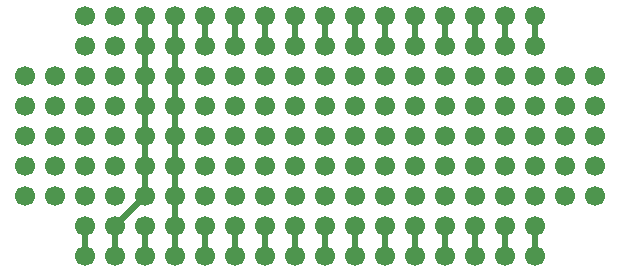
<source format=gbr>
G04 #@! TF.GenerationSoftware,KiCad,Pcbnew,(5.1.5)-3*
G04 #@! TF.CreationDate,2020-05-28T08:00:15-06:00*
G04 #@! TF.ProjectId,FeatherProtoShield,46656174-6865-4725-9072-6f746f536869,rev?*
G04 #@! TF.SameCoordinates,Original*
G04 #@! TF.FileFunction,Copper,L2,Bot*
G04 #@! TF.FilePolarity,Positive*
%FSLAX46Y46*%
G04 Gerber Fmt 4.6, Leading zero omitted, Abs format (unit mm)*
G04 Created by KiCad (PCBNEW (5.1.5)-3) date 2020-05-28 08:00:15*
%MOMM*%
%LPD*%
G04 APERTURE LIST*
%ADD10C,1.700000*%
%ADD11C,0.500000*%
G04 APERTURE END LIST*
D10*
X205740000Y-76200000D03*
X205740000Y-73660000D03*
X205740000Y-71120000D03*
X205740000Y-68580000D03*
X203200000Y-68580000D03*
X203200000Y-71120000D03*
X203200000Y-73660000D03*
X203200000Y-76200000D03*
X203200000Y-78740000D03*
X203200000Y-81280000D03*
X200660000Y-81280000D03*
X200660000Y-78740000D03*
X200660000Y-76200000D03*
X200660000Y-73660000D03*
X200660000Y-71120000D03*
X200660000Y-68580000D03*
X198120000Y-68580000D03*
X198120000Y-71120000D03*
X198120000Y-73660000D03*
X198120000Y-76200000D03*
X198120000Y-78740000D03*
X198120000Y-81280000D03*
X195580000Y-81280000D03*
X195580000Y-78740000D03*
X195580000Y-76200000D03*
X195580000Y-73660000D03*
X195580000Y-71120000D03*
X195580000Y-68580000D03*
X193040000Y-68580000D03*
X193040000Y-71120000D03*
X193040000Y-73660000D03*
X193040000Y-76200000D03*
X193040000Y-78740000D03*
X193040000Y-81280000D03*
X190500000Y-81280000D03*
X190500000Y-78740000D03*
X190500000Y-76200000D03*
X190500000Y-73660000D03*
X190500000Y-71120000D03*
X190500000Y-68580000D03*
X187960000Y-68580000D03*
X187960000Y-71120000D03*
X187960000Y-73660000D03*
X187960000Y-76200000D03*
X187960000Y-78740000D03*
X187960000Y-81280000D03*
X185420000Y-81280000D03*
X185420000Y-78740000D03*
X185420000Y-76200000D03*
X185420000Y-73660000D03*
X185420000Y-71120000D03*
X185420000Y-68580000D03*
X182880000Y-68580000D03*
X182880000Y-71120000D03*
X182880000Y-73660000D03*
X182880000Y-76200000D03*
X182880000Y-78740000D03*
X182880000Y-81280000D03*
X180340000Y-81280000D03*
X180340000Y-78740000D03*
X180340000Y-76200000D03*
X180340000Y-73660000D03*
X180340000Y-71120000D03*
X180340000Y-68580000D03*
X177800000Y-68580000D03*
X177800000Y-71120000D03*
X177800000Y-73660000D03*
X177800000Y-76200000D03*
X177800000Y-78740000D03*
X177800000Y-81280000D03*
X175260000Y-81280000D03*
X175260000Y-78740000D03*
X175260000Y-76200000D03*
X175260000Y-73660000D03*
X175260000Y-71120000D03*
X175260000Y-68580000D03*
X172720000Y-71120000D03*
X172720000Y-73660000D03*
X172720000Y-76200000D03*
X172720000Y-78740000D03*
X172720000Y-81280000D03*
X170180000Y-81280000D03*
X170180000Y-78740000D03*
X167640000Y-78740000D03*
X167640000Y-81280000D03*
X165100000Y-81280000D03*
X165100000Y-78740000D03*
X170180000Y-76200000D03*
X170180000Y-73660000D03*
X170180000Y-71120000D03*
X172720000Y-68580000D03*
X170180000Y-68580000D03*
X167640000Y-68580000D03*
X167640000Y-71120000D03*
X167640000Y-73660000D03*
X167640000Y-76200000D03*
X165100000Y-76200000D03*
X165100000Y-73660000D03*
X165100000Y-71120000D03*
X165100000Y-68580000D03*
X162560000Y-68580000D03*
X162560000Y-71120000D03*
X162560000Y-73660000D03*
X162560000Y-76200000D03*
X160020000Y-76200000D03*
X160020000Y-73660000D03*
X160020000Y-71120000D03*
X160020000Y-68580000D03*
X160020000Y-66040000D03*
X162560000Y-66040000D03*
X165100000Y-66040000D03*
X167640000Y-66040000D03*
X170180000Y-66040000D03*
X172720000Y-66040000D03*
X175260000Y-66040000D03*
X177800000Y-66040000D03*
X180340000Y-66040000D03*
X182880000Y-66040000D03*
X185420000Y-66040000D03*
X187960000Y-66040000D03*
X190500000Y-66040000D03*
X193040000Y-66040000D03*
X195580000Y-66040000D03*
X198120000Y-66040000D03*
X200660000Y-66040000D03*
X203200000Y-66040000D03*
X205740000Y-66040000D03*
X208280000Y-76200000D03*
X208280000Y-73660000D03*
X208280000Y-71120000D03*
X208280000Y-68580000D03*
X208280000Y-66040000D03*
X165100000Y-63500000D03*
X165100000Y-60960000D03*
X167640000Y-63500000D03*
X167640000Y-60960000D03*
X170180000Y-63500000D03*
X172720000Y-63500000D03*
X175260000Y-63500000D03*
X177800000Y-63500000D03*
X180340000Y-63500000D03*
X182880000Y-63500000D03*
X185420000Y-63500000D03*
X187960000Y-63500000D03*
X190500000Y-63500000D03*
X193040000Y-63500000D03*
X195580000Y-63500000D03*
X198120000Y-63500000D03*
X200660000Y-63500000D03*
X203200000Y-63500000D03*
X203200000Y-60960000D03*
X200660000Y-60960000D03*
X198120000Y-60960000D03*
X195580000Y-60960000D03*
X193040000Y-60960000D03*
X190500000Y-60960000D03*
X187960000Y-60960000D03*
X185420000Y-60960000D03*
X182880000Y-60960000D03*
X180340000Y-60960000D03*
X177800000Y-60960000D03*
X175260000Y-60960000D03*
X172720000Y-60960000D03*
X170180000Y-60960000D03*
D11*
X203200000Y-81280000D02*
X203200000Y-78740000D01*
X200660000Y-81280000D02*
X200660000Y-78740000D01*
X198120000Y-81280000D02*
X198120000Y-78740000D01*
X195580000Y-81280000D02*
X195580000Y-78740000D01*
X193040000Y-81280000D02*
X193040000Y-78740000D01*
X190500000Y-81280000D02*
X190500000Y-78740000D01*
X187960000Y-81280000D02*
X187960000Y-78740000D01*
X185420000Y-81280000D02*
X185420000Y-78740000D01*
X182880000Y-81280000D02*
X182880000Y-78740000D01*
X180340000Y-81280000D02*
X180340000Y-78740000D01*
X177800000Y-81280000D02*
X177800000Y-78740000D01*
X175260000Y-81280000D02*
X175260000Y-78740000D01*
X172720000Y-81280000D02*
X172720000Y-78740000D01*
X170180000Y-81280000D02*
X170180000Y-78740000D01*
X167640000Y-81280000D02*
X167640000Y-78740000D01*
X167640000Y-78740000D02*
X170180000Y-76200000D01*
X172720000Y-78740000D02*
X172720000Y-76200000D01*
X172720000Y-76200000D02*
X172720000Y-73660000D01*
X172720000Y-73660000D02*
X172720000Y-71120000D01*
X172720000Y-71120000D02*
X172720000Y-68580000D01*
X172720000Y-68580000D02*
X172720000Y-66040000D01*
X172720000Y-66040000D02*
X172720000Y-63500000D01*
X172720000Y-63500000D02*
X172720000Y-60960000D01*
X170180000Y-76200000D02*
X170180000Y-73660000D01*
X170180000Y-73660000D02*
X170180000Y-71120000D01*
X170180000Y-71120000D02*
X170180000Y-68580000D01*
X170180000Y-68580000D02*
X170180000Y-66040000D01*
X170180000Y-66040000D02*
X170180000Y-63500000D01*
X170180000Y-63500000D02*
X170180000Y-60960000D01*
X203200000Y-60960000D02*
X203200000Y-63500000D01*
X200660000Y-60960000D02*
X200660000Y-63500000D01*
X198120000Y-60960000D02*
X198120000Y-63500000D01*
X195580000Y-60960000D02*
X195580000Y-63500000D01*
X193040000Y-60960000D02*
X193040000Y-63500000D01*
X190500000Y-60960000D02*
X190500000Y-63500000D01*
X187960000Y-60960000D02*
X187960000Y-63500000D01*
X185420000Y-60960000D02*
X185420000Y-63500000D01*
X182880000Y-60960000D02*
X182880000Y-63500000D01*
X180340000Y-60960000D02*
X180340000Y-63500000D01*
X177800000Y-60960000D02*
X177800000Y-63500000D01*
X175260000Y-60960000D02*
X175260000Y-63500000D01*
X165100000Y-78740000D02*
X165100000Y-81280000D01*
M02*

</source>
